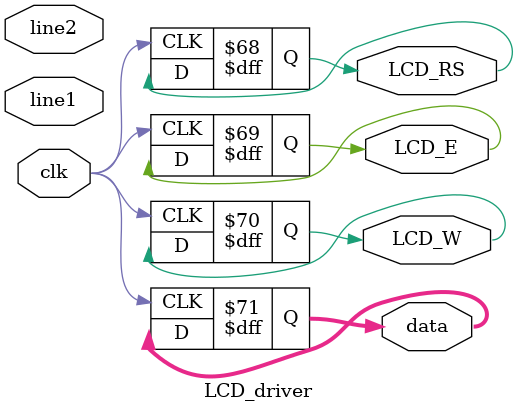
<source format=v>
`timescale 1ns / 1ps
module LCD_driver(clk,line1,line2,LCD_RS,LCD_E,LCD_W,data);
input clk;
input [0:127] line1,line2;
output reg LCD_RS,LCD_E,LCD_W;
output reg [3:0] data;
reg counter,state_counter;
initial begin
	counter<=0;
	state_counter<=0;
end
always@(posedge clk) begin
	if(counter!=1000000) begin
		counter<=counter+1;
	end
	else begin
		if(state_counter==0) begin
			LCD_E<=0;        //initialization
			LCD_RS<=0;
			LCD_W<=0;
			data<=4'b0011;
			LCD_E<=1;
			LCD_E<=0;
			LCD_RS<=0;
			LCD_W<=0;
			data<=4'b0010;
			LCD_E<=1;
			
			LCD_E<=0;        //config. step 1
			LCD_RS<=0;
			LCD_W<=0;
			data<=4'b0010;
			LCD_E<=1;
			LCD_E<=0;
			LCD_RS<=0;
			LCD_W<=0;
			data<=4'b1000;
			LCD_E<=1;
			
			LCD_E<=0;        //config. step 2
			LCD_RS<=0;
			LCD_W<=0;
			data<=4'b0000;
			LCD_E<=1;
			LCD_E<=0;
			LCD_RS<=0;
			LCD_W<=0;
			data<=4'b0100;
			LCD_E<=1;
			
			LCD_E<=0;        //config. step 3
			LCD_RS<=0;
			LCD_W<=0;
			data<=4'b0000;
			LCD_E<=1;
			LCD_E<=0;
			LCD_RS<=0;
			LCD_W<=0;
			data<=4'b1100;
			LCD_E<=1;
			
			LCD_E<=0;        //config. step 4
			LCD_RS<=0;
			LCD_W<=0;
			data<=4'b0000;
			LCD_E<=1;
			LCD_E<=0;
			LCD_RS<=0;
			LCD_W<=0;
			data<=4'b0001;
			LCD_E<=1;
			
			state_counter<=state_counter+1;
		end
		else if(state_counter==1) begin
			LCD_E<=0;        //set address to line 1
			LCD_RS<=0;
			LCD_W<=0;
			data<=4'b1000;
			LCD_E<=1;
			LCD_E<=0;
			LCD_RS<=0;
			LCD_W<=0;
			data<=4'b0000;
			LCD_E<=1;
			
			LCD_E<=0;        //display char 1
			LCD_RS<=1;
			LCD_W<=0;
			data[3:0]<=line1[0:3];
			LCD_E<=1;
			LCD_E<=0;
			LCD_RS<=1;
			LCD_W<=0;
			data[3:0]<=line1[4:7];
			LCD_E<=1;
			
			LCD_E<=0;        //display char 2
			LCD_RS<=1;
			LCD_W<=0;
			data[3:0]<=line1[8:11];
			LCD_E<=1;
			LCD_E<=0;
			LCD_RS<=1;
			LCD_W<=0;
			data[3:0]<=line1[12:15];
			LCD_E<=1;
			
			LCD_E<=0;        //display char 3
			LCD_RS<=1;
			LCD_W<=0;
			data[3:0]<=line1[16:19];
			LCD_E<=1;
			LCD_E<=0;
			LCD_RS<=1;
			LCD_W<=0;
			data[3:0]<=line1[20:23];
			LCD_E<=1;
			
			LCD_E<=0;        //display char 4
			LCD_RS<=1;
			LCD_W<=0;
			data[3:0]<=line1[24:27];
			LCD_E<=1;
			LCD_E<=0;
			LCD_RS<=1;
			LCD_W<=0;
			data[3:0]<=line1[28:31];
			LCD_E<=1;
			
			LCD_E<=0;        //display char 5
			LCD_RS<=1;
			LCD_W<=0;
			data[3:0]<=line1[32:35];
			LCD_E<=1;
			LCD_E<=0;
			LCD_RS<=1;
			LCD_W<=0;
			data[3:0]<=line1[36:39];
			LCD_E<=1;
			
			LCD_E<=0;        //display char 6
			LCD_RS<=1;
			LCD_W<=0;
			data[3:0]<=line1[40:43];
			LCD_E<=1;
			LCD_E<=0;
			LCD_RS<=1;
			LCD_W<=0;
			data[3:0]<=line1[44:47];
			LCD_E<=1;
			
			LCD_E<=0;        //display char 7
			LCD_RS<=1;
			LCD_W<=0;
			data[3:0]<=line1[48:51];
			LCD_E<=1;
			LCD_E<=0;
			LCD_RS<=1;
			LCD_W<=0;
			data[3:0]<=line1[52:55];
			LCD_E<=1;
			
			LCD_E<=0;        //display char 8
			LCD_RS<=1;
			LCD_W<=0;
			data[3:0]<=line1[56:59];
			LCD_E<=1;
			LCD_E<=0;
			LCD_RS<=1;
			LCD_W<=0;
			data[3:0]<=line1[60:63];
			LCD_E<=1;
			
			LCD_E<=0;        //display char 9
			LCD_RS<=1;
			LCD_W<=0;
			data[3:0]<=line1[64:67];
			LCD_E<=1;
			LCD_E<=0;
			LCD_RS<=1;
			LCD_W<=0;
			data[3:0]<=line1[68:71];
			LCD_E<=1;
			
			LCD_E<=0;        //display char 10
			LCD_RS<=1;
			LCD_W<=0;
			data[3:0]<=line1[72:75];
			LCD_E<=1;
			LCD_E<=0;
			LCD_RS<=1;
			LCD_W<=0;
			data[3:0]<=line1[76:79];
			LCD_E<=1;
			
			LCD_E<=0;        //display char 11
			LCD_RS<=1;
			LCD_W<=0;
			data[3:0]<=line1[80:83];
			LCD_E<=1;
			LCD_E<=0;
			LCD_RS<=1;
			LCD_W<=0;
			data[3:0]<=line1[84:87];
			LCD_E<=1;
			
			LCD_E<=0;        //display char 12
			LCD_RS<=1;
			LCD_W<=0;
			data[3:0]<=line1[88:91];
			LCD_E<=1;
			LCD_E<=0;
			LCD_RS<=1;
			LCD_W<=0;
			data[3:0]<=line1[92:95];
			LCD_E<=1;
			
			LCD_E<=0;        //display char 13
			LCD_RS<=1;
			LCD_W<=0;
			data[3:0]<=line1[96:99];
			LCD_E<=1;
			LCD_E<=0;
			LCD_RS<=1;
			LCD_W<=0;
			data[3:0]<=line1[100:103];
			LCD_E<=1;
			
			LCD_E<=0;        //display char 14
			LCD_RS<=1;
			LCD_W<=0;
			data[3:0]<=line1[104:107];
			LCD_E<=1;
			LCD_E<=0;
			LCD_RS<=1;
			LCD_W<=0;
			data[3:0]<=line1[108:111];
			LCD_E<=1;
			
			LCD_E<=0;        //display char 15
			LCD_RS<=1;
			LCD_W<=0;
			data[3:0]<=line1[112:115];
			LCD_E<=1;
			LCD_E<=0;
			LCD_RS<=1;
			LCD_W<=0;
			data[3:0]<=line1[116:119];
			LCD_E<=1;
			
			LCD_E<=0;        //display char 16
			LCD_RS<=1;
			LCD_W<=0;
			data[3:0]<=line1[120:123];
			LCD_E<=1;
			LCD_E<=0;
			LCD_RS<=1;
			LCD_W<=0;
			data[3:0]<=line1[123:127];
			LCD_E<=1;
			
			state_counter<=state_counter+1;
		end
		else if(state_counter==2) begin
			LCD_E<=0;        //set address to line2
			LCD_RS<=0;
			LCD_W<=0;
			data<=4'b1100;
			LCD_E<=1;
			LCD_E<=0;
			LCD_RS<=0;
			LCD_W<=0;
			data<=4'b0000;
			LCD_E<=1;
			
			state_counter<=state_counter+1;
		end
		else begin
			LCD_E<=0;        //display char 1 of line2
			LCD_RS<=1;
			LCD_W<=0;
			data[3:0]<=line2[0:3];
			LCD_E<=1;
			LCD_E<=0;
			LCD_RS<=1;
			LCD_W<=0;
			data[3:0]<=line2[4:7];
			LCD_E<=1;
			
			LCD_E<=0;        //display char 2
			LCD_RS<=1;
			LCD_W<=0;
			data[3:0]<=line2[8:11];
			LCD_E<=1;
			LCD_E<=0;
			LCD_RS<=1;
			LCD_W<=0;
			data[3:0]<=line2[12:15];
			LCD_E<=1;
			
			LCD_E<=0;        //display char 3
			LCD_RS<=1;
			LCD_W<=0;
			data[3:0]<=line2[16:19];
			LCD_E<=1;
			LCD_E<=0;
			LCD_RS<=1;
			LCD_W<=0;
			data[3:0]<=line2[20:23];
			LCD_E<=1;
			
			LCD_E<=0;        //display char 4
			LCD_RS<=1;
			LCD_W<=0;
			data[3:0]<=line2[24:27];
			LCD_E<=1;
			LCD_E<=0;
			LCD_RS<=1;
			LCD_W<=0;
			data[3:0]<=line2[28:31];
			LCD_E<=1;
			
			LCD_E<=0;        //display char 5
			LCD_RS<=1;
			LCD_W<=0;
			data[3:0]<=line2[32:35];
			LCD_E<=1;
			LCD_E<=0;
			LCD_RS<=1;
			LCD_W<=0;
			data[3:0]<=line2[36:39];
			LCD_E<=1;
			
			LCD_E<=0;        //display char 6
			LCD_RS<=1;
			LCD_W<=0;
			data[3:0]<=line2[40:43];
			LCD_E<=1;
			LCD_E<=0;
			LCD_RS<=1;
			LCD_W<=0;
			data[3:0]<=line2[44:47];
			LCD_E<=1;
			
			LCD_E<=0;        //display char 7
			LCD_RS<=1;
			LCD_W<=0;
			data[3:0]<=line2[48:51];
			LCD_E<=1;
			LCD_E<=0;
			LCD_RS<=1;
			LCD_W<=0;
			data[3:0]<=line2[52:55];
			LCD_E<=1;
			
			LCD_E<=0;        //display char 8
			LCD_RS<=1;
			LCD_W<=0;
			data[3:0]<=line2[56:59];
			LCD_E<=1;
			LCD_E<=0;
			LCD_RS<=1;
			LCD_W<=0;
			data[3:0]<=line2[60:63];
			LCD_E<=1;
			
			LCD_E<=0;        //display char 9
			LCD_RS<=1;
			LCD_W<=0;
			data[3:0]<=line2[64:67];
			LCD_E<=1;
			LCD_E<=0;
			LCD_RS<=1;
			LCD_W<=0;
			data[3:0]<=line2[68:71];
			LCD_E<=1;
			
			LCD_E<=0;        //display char 10
			LCD_RS<=1;
			LCD_W<=0;
			data[3:0]<=line2[72:75];
			LCD_E<=1;
			LCD_E<=0;
			LCD_RS<=1;
			LCD_W<=0;
			data[3:0]<=line2[76:79];
			LCD_E<=1;
			
			LCD_E<=0;        //display char 11
			LCD_RS<=1;
			LCD_W<=0;
			data[3:0]<=line2[80:83];
			LCD_E<=1;
			LCD_E<=0;
			LCD_RS<=1;
			LCD_W<=0;
			data[3:0]<=line2[84:87];
			LCD_E<=1;
			
			LCD_E<=0;        //display char 12
			LCD_RS<=1;
			LCD_W<=0;
			data[3:0]<=line2[88:91];
			LCD_E<=1;
			LCD_E<=0;
			LCD_RS<=1;
			LCD_W<=0;
			data[3:0]<=line2[92:95];
			LCD_E<=1;
			
			LCD_E<=0;        //display char 13
			LCD_RS<=1;
			LCD_W<=0;
			data[3:0]<=line2[96:99];
			LCD_E<=1;
			LCD_E<=0;
			LCD_RS<=1;
			LCD_W<=0;
			data[3:0]<=line2[100:103];
			LCD_E<=1;
			
			LCD_E<=0;        //display char 14
			LCD_RS<=1;
			LCD_W<=0;
			data[3:0]<=line2[104:107];
			LCD_E<=1;
			LCD_E<=0;
			LCD_RS<=1;
			LCD_W<=0;
			data[3:0]<=line2[108:111];
			LCD_E<=1;
			
			LCD_E<=0;        //display char 15
			LCD_RS<=1;
			LCD_W<=0;
			data[3:0]<=line2[112:115];
			LCD_E<=1;
			LCD_E<=0;
			LCD_RS<=1;
			LCD_W<=0;
			data[3:0]<=line2[116:119];
			LCD_E<=1;
			
			LCD_E<=0;        //display char 16
			LCD_RS<=1;
			LCD_W<=0;
			data[3:0]<=line2[120:123];
			LCD_E<=1;
			LCD_E<=0;
			LCD_RS<=1;
			LCD_W<=0;
			data[3:0]<=line2[123:127];
			LCD_E<=1;
			
			state_counter<=0;
		end
		counter<=0;
	end
end
endmodule

</source>
